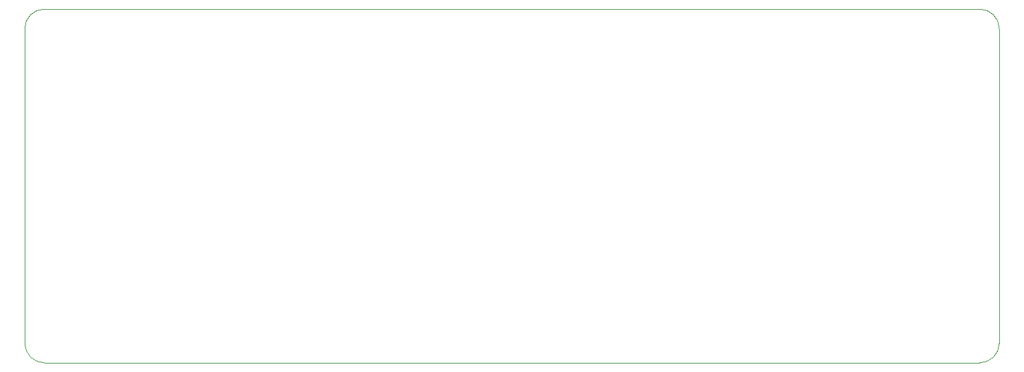
<source format=gbr>
%TF.GenerationSoftware,KiCad,Pcbnew,7.0.5*%
%TF.CreationDate,2023-07-10T11:24:46-06:00*%
%TF.ProjectId,S_Tele,535f5465-6c65-42e6-9b69-6361645f7063,rev?*%
%TF.SameCoordinates,Original*%
%TF.FileFunction,Profile,NP*%
%FSLAX46Y46*%
G04 Gerber Fmt 4.6, Leading zero omitted, Abs format (unit mm)*
G04 Created by KiCad (PCBNEW 7.0.5) date 2023-07-10 11:24:46*
%MOMM*%
%LPD*%
G01*
G04 APERTURE LIST*
%TA.AperFunction,Profile*%
%ADD10C,0.100000*%
%TD*%
G04 APERTURE END LIST*
D10*
X71120000Y-117157500D02*
X71120000Y-76200000D01*
X195326000Y-119697500D02*
X73660000Y-119697500D01*
X197866000Y-117157500D02*
X197866000Y-76200000D01*
X195326000Y-73660000D02*
X73660000Y-73660000D01*
X71120000Y-117157500D02*
G75*
G03*
X73660000Y-119697500I2540000J0D01*
G01*
X195326000Y-119697500D02*
G75*
G03*
X197866000Y-117157500I-100J2540100D01*
G01*
X197866000Y-76200000D02*
G75*
G03*
X195326000Y-73660000I-2540000J0D01*
G01*
X73660000Y-73660000D02*
G75*
G03*
X71120000Y-76200000I0J-2540000D01*
G01*
M02*

</source>
